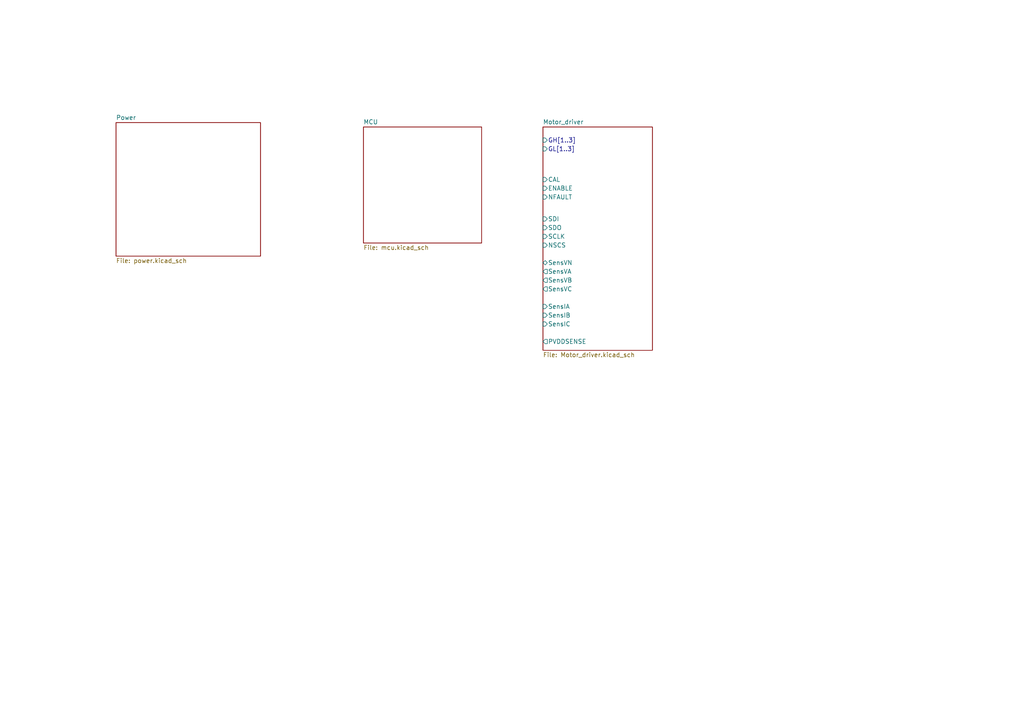
<source format=kicad_sch>
(kicad_sch
	(version 20250114)
	(generator "eeschema")
	(generator_version "9.0")
	(uuid "3fb7c58e-7fa7-4c2f-8afc-969dd7f24a74")
	(paper "A4")
	(lib_symbols)
	(sheet
		(at 157.48 36.83)
		(size 31.75 64.77)
		(exclude_from_sim no)
		(in_bom yes)
		(on_board yes)
		(dnp no)
		(fields_autoplaced yes)
		(stroke
			(width 0.1524)
			(type solid)
		)
		(fill
			(color 0 0 0 0.0000)
		)
		(uuid "1a6cb0fa-11a9-4eae-a722-17bc849d44a5")
		(property "Sheetname" "Motor_driver"
			(at 157.48 36.1184 0)
			(effects
				(font
					(size 1.27 1.27)
				)
				(justify left bottom)
			)
		)
		(property "Sheetfile" "Motor_driver.kicad_sch"
			(at 157.48 102.1846 0)
			(effects
				(font
					(size 1.27 1.27)
				)
				(justify left top)
			)
		)
		(pin "GH[1..3]" input
			(at 157.48 40.64 180)
			(uuid "e958d232-cb5a-4539-a419-0dfa06f54c68")
			(effects
				(font
					(size 1.27 1.27)
				)
				(justify left)
			)
		)
		(pin "GL[1..3]" input
			(at 157.48 43.18 180)
			(uuid "5e77ab0f-b702-46f2-abe8-743cb1a3a646")
			(effects
				(font
					(size 1.27 1.27)
				)
				(justify left)
			)
		)
		(pin "PVDDSENSE" output
			(at 157.48 99.06 180)
			(uuid "0a0c3120-f7f9-4373-91d9-d60d9c8908c2")
			(effects
				(font
					(size 1.27 1.27)
				)
				(justify left)
			)
		)
		(pin "SDO" input
			(at 157.48 66.04 180)
			(uuid "ad830042-0ca0-4640-91e0-6be26211cc91")
			(effects
				(font
					(size 1.27 1.27)
				)
				(justify left)
			)
		)
		(pin "SCLK" input
			(at 157.48 68.58 180)
			(uuid "72b3a413-dfc7-4f6a-b52b-e57fe839df9f")
			(effects
				(font
					(size 1.27 1.27)
				)
				(justify left)
			)
		)
		(pin "SensIA" input
			(at 157.48 88.9 180)
			(uuid "3ade4ea4-c13d-4c12-bf40-3b28875525cc")
			(effects
				(font
					(size 1.27 1.27)
				)
				(justify left)
			)
		)
		(pin "ENABLE" input
			(at 157.48 54.61 180)
			(uuid "43aac470-bdbc-4366-aa4d-b0b7b690c35e")
			(effects
				(font
					(size 1.27 1.27)
				)
				(justify left)
			)
		)
		(pin "CAL" input
			(at 157.48 52.07 180)
			(uuid "7ca4d2b6-7bfd-438e-a4c7-fa985f6b385a")
			(effects
				(font
					(size 1.27 1.27)
				)
				(justify left)
			)
		)
		(pin "SensVB" output
			(at 157.48 81.28 180)
			(uuid "f7127d8c-2ed2-4a1a-a858-1142d70a2370")
			(effects
				(font
					(size 1.27 1.27)
				)
				(justify left)
			)
		)
		(pin "SensVC" output
			(at 157.48 83.82 180)
			(uuid "eb6abb9f-8500-48d9-9ba1-507b63792382")
			(effects
				(font
					(size 1.27 1.27)
				)
				(justify left)
			)
		)
		(pin "SensVA" output
			(at 157.48 78.74 180)
			(uuid "55a894a5-9fd7-4525-9f1a-2b655dd02cc6")
			(effects
				(font
					(size 1.27 1.27)
				)
				(justify left)
			)
		)
		(pin "SensVN" bidirectional
			(at 157.48 76.2 180)
			(uuid "e4a924c2-1c30-492f-b3a8-9bd6e837b521")
			(effects
				(font
					(size 1.27 1.27)
				)
				(justify left)
			)
		)
		(pin "NFAULT" input
			(at 157.48 57.15 180)
			(uuid "136636aa-30aa-472b-ab6c-97dbaf24d383")
			(effects
				(font
					(size 1.27 1.27)
				)
				(justify left)
			)
		)
		(pin "SensIC" input
			(at 157.48 93.98 180)
			(uuid "01b8ae25-80fb-4b42-ba46-54c0ac11c328")
			(effects
				(font
					(size 1.27 1.27)
				)
				(justify left)
			)
		)
		(pin "SensIB" input
			(at 157.48 91.44 180)
			(uuid "a432fb02-4ca0-4fd0-bb9f-c25c32e1f6e7")
			(effects
				(font
					(size 1.27 1.27)
				)
				(justify left)
			)
		)
		(pin "NSCS" input
			(at 157.48 71.12 180)
			(uuid "13f5c70e-5b0d-493b-8c61-ae7b5b93ee3b")
			(effects
				(font
					(size 1.27 1.27)
				)
				(justify left)
			)
		)
		(pin "SDI" input
			(at 157.48 63.5 180)
			(uuid "955180a5-14d6-4a01-848a-0b93b4172f1c")
			(effects
				(font
					(size 1.27 1.27)
				)
				(justify left)
			)
		)
		(instances
			(project "BLDC_DRIVER"
				(path "/3fb7c58e-7fa7-4c2f-8afc-969dd7f24a74"
					(page "4")
				)
			)
		)
	)
	(sheet
		(at 33.655 35.56)
		(size 41.91 38.735)
		(exclude_from_sim no)
		(in_bom yes)
		(on_board yes)
		(dnp no)
		(fields_autoplaced yes)
		(stroke
			(width 0.1524)
			(type solid)
		)
		(fill
			(color 0 0 0 0.0000)
		)
		(uuid "1c5e87bf-9a00-4b40-8a2f-6d7d1241f47d")
		(property "Sheetname" "Power"
			(at 33.655 34.8484 0)
			(effects
				(font
					(size 1.27 1.27)
				)
				(justify left bottom)
			)
		)
		(property "Sheetfile" "power.kicad_sch"
			(at 33.655 74.8796 0)
			(effects
				(font
					(size 1.27 1.27)
				)
				(justify left top)
			)
		)
		(instances
			(project "BLDC_DRIVER"
				(path "/3fb7c58e-7fa7-4c2f-8afc-969dd7f24a74"
					(page "2")
				)
			)
		)
	)
	(sheet
		(at 105.41 36.83)
		(size 34.29 33.655)
		(exclude_from_sim no)
		(in_bom yes)
		(on_board yes)
		(dnp no)
		(fields_autoplaced yes)
		(stroke
			(width 0.1524)
			(type solid)
		)
		(fill
			(color 0 0 0 0.0000)
		)
		(uuid "3858e4a6-498a-4dbf-a28d-a3d68cd1c461")
		(property "Sheetname" "MCU"
			(at 105.41 36.1184 0)
			(effects
				(font
					(size 1.27 1.27)
				)
				(justify left bottom)
			)
		)
		(property "Sheetfile" "mcu.kicad_sch"
			(at 105.41 71.0696 0)
			(effects
				(font
					(size 1.27 1.27)
				)
				(justify left top)
			)
		)
		(instances
			(project "BLDC_DRIVER"
				(path "/3fb7c58e-7fa7-4c2f-8afc-969dd7f24a74"
					(page "3")
				)
			)
		)
	)
	(sheet_instances
		(path "/"
			(page "1")
		)
	)
	(embedded_fonts no)
)

</source>
